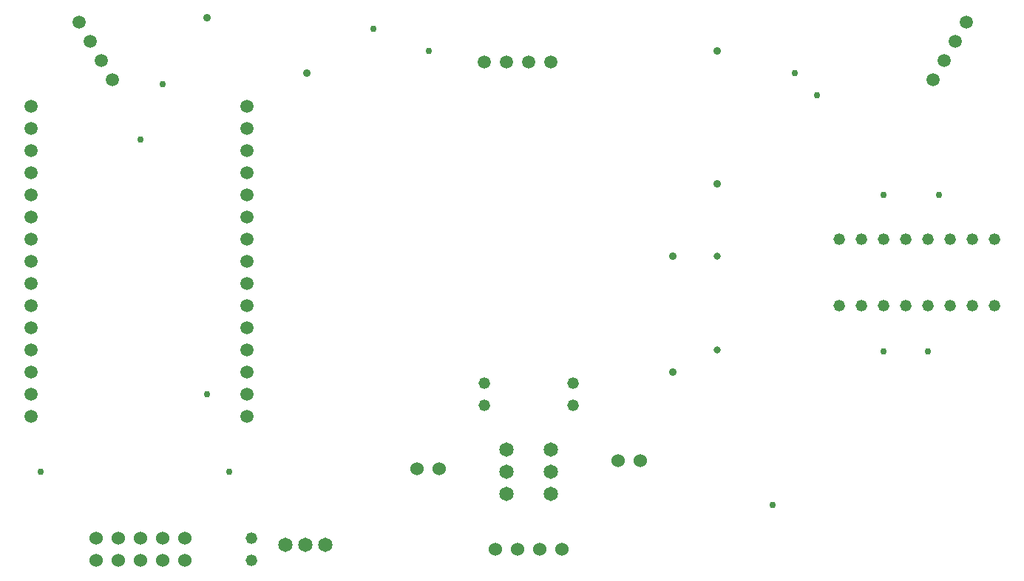
<source format=gbr>
G04 EAGLE Gerber RS-274X export*
G75*
%MOMM*%
%FSLAX34Y34*%
%LPD*%
%INCopper Layer 15*%
%IPPOS*%
%AMOC8*
5,1,8,0,0,1.08239X$1,22.5*%
G01*
%ADD10C,1.320800*%
%ADD11C,1.508000*%
%ADD12C,1.650000*%
%ADD13C,1.524000*%
%ADD14C,0.906400*%
%ADD15C,0.806400*%
%ADD16C,0.756400*%


D10*
X1168400Y444500D03*
X1193800Y444500D03*
X1320800Y444500D03*
X1346200Y444500D03*
X1219200Y444500D03*
X1244600Y444500D03*
X1295400Y444500D03*
X1270000Y444500D03*
X1346200Y520700D03*
X1320800Y520700D03*
X1295400Y520700D03*
X1270000Y520700D03*
X1244600Y520700D03*
X1219200Y520700D03*
X1193800Y520700D03*
X1168400Y520700D03*
D11*
X1276350Y703604D03*
X1289050Y725601D03*
X1301750Y747599D03*
X1314450Y769596D03*
X298450Y769596D03*
X311150Y747599D03*
X323850Y725601D03*
X336550Y703604D03*
D12*
X580390Y170180D03*
X557530Y170180D03*
X534670Y170180D03*
D13*
X915680Y266520D03*
X941080Y266520D03*
X685140Y257700D03*
X710540Y257700D03*
D10*
X863600Y355600D03*
X762000Y355600D03*
X762000Y330200D03*
X863600Y330200D03*
X495300Y177800D03*
X495300Y152400D03*
D11*
X491000Y317400D03*
X491000Y342800D03*
X491000Y368200D03*
X491000Y393600D03*
X491000Y419000D03*
X491000Y444400D03*
X491000Y469800D03*
X491000Y495200D03*
X491000Y520600D03*
X491000Y546000D03*
X491000Y571400D03*
X491000Y596800D03*
X491000Y622200D03*
X491000Y647600D03*
X491000Y673000D03*
X243300Y317400D03*
X243300Y342800D03*
X243300Y368200D03*
X243300Y393600D03*
X243300Y419000D03*
X243300Y444400D03*
X243300Y469800D03*
X243300Y495200D03*
X243300Y520600D03*
X243300Y546000D03*
X243300Y571400D03*
X243300Y596800D03*
X243300Y622200D03*
X243300Y647600D03*
X243300Y673000D03*
X762000Y723900D03*
X787400Y723900D03*
X812800Y723900D03*
X838200Y723900D03*
D13*
X800100Y165100D03*
X825500Y165100D03*
X850900Y165100D03*
X774700Y165100D03*
X317500Y152400D03*
X342900Y152400D03*
X368300Y152400D03*
X393700Y152400D03*
X419100Y152400D03*
X317500Y177800D03*
X342900Y177800D03*
X368300Y177800D03*
X393700Y177800D03*
X419100Y177800D03*
D12*
X787400Y228600D03*
X787400Y254000D03*
X787400Y279400D03*
X838200Y228600D03*
X838200Y254000D03*
X838200Y279400D03*
D14*
X977900Y501650D03*
X977900Y368300D03*
X444500Y774700D03*
X558800Y711200D03*
X1028700Y584200D03*
X1028700Y736600D03*
D15*
X1028700Y501650D03*
X1028700Y393700D03*
D16*
X469900Y254000D03*
X254000Y254000D03*
X1219200Y392597D03*
X1270000Y392597D03*
X1219200Y571500D03*
X1282700Y571500D03*
X444500Y342900D03*
X368300Y635000D03*
X393700Y698500D03*
X1117600Y711200D03*
X1143000Y685800D03*
X698500Y736600D03*
X635000Y762000D03*
X1092200Y215900D03*
M02*

</source>
